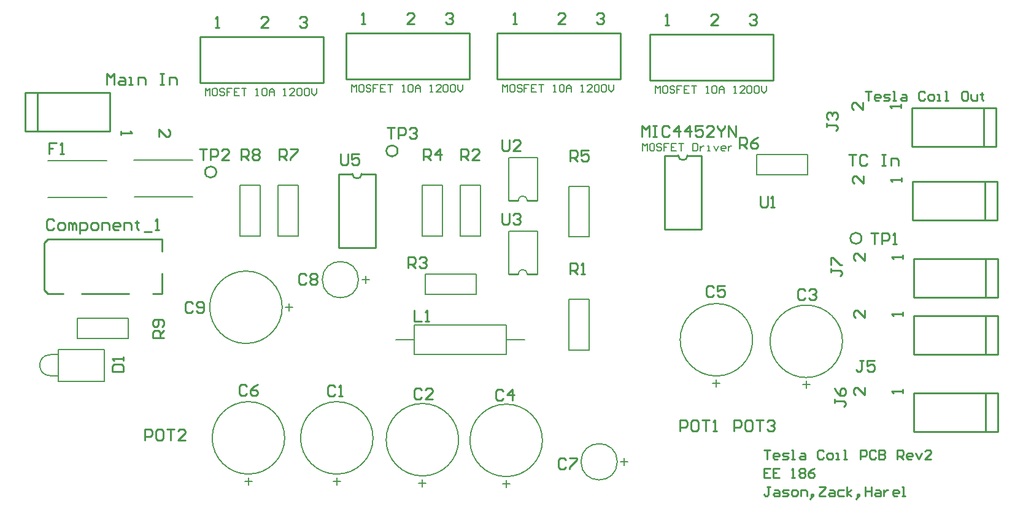
<source format=gto>
G04 Layer_Color=65535*
%FSLAX25Y25*%
%MOIN*%
G70*
G01*
G75*
%ADD14C,0.01000*%
%ADD38C,0.00787*%
%ADD39C,0.00500*%
%ADD40C,0.00591*%
D14*
X548041Y375000D02*
G03*
X548041Y375000I-3041J0D01*
G01*
X296041Y422500D02*
G03*
X296041Y422500I-3041J0D01*
G01*
X197541Y411000D02*
G03*
X197541Y411000I-3041J0D01*
G01*
X271500Y410000D02*
G03*
X276500Y410000I2500J0D01*
G01*
X448500Y420000D02*
G03*
X453500Y420000I2500J0D01*
G01*
X576331Y269764D02*
X622197D01*
Y290630D01*
X576331Y290728D02*
X622197D01*
X576331Y269862D02*
Y290728D01*
X615504Y269764D02*
Y290335D01*
X576331Y311764D02*
X622197D01*
Y332630D01*
X576331Y332728D02*
X622197D01*
X576331Y311862D02*
Y332728D01*
X615504Y311764D02*
Y332335D01*
X576260Y342764D02*
X622126D01*
Y363630D01*
X576260Y363728D02*
X622126D01*
X576260Y342862D02*
Y363728D01*
X615433Y342764D02*
Y363335D01*
X433043Y486000D02*
X500043D01*
Y461000D02*
Y486000D01*
X433043Y461000D02*
X500043D01*
X433043D02*
Y486000D01*
X350087Y486500D02*
X417087D01*
Y461500D02*
Y486500D01*
X350087Y461500D02*
X417087D01*
X350087D02*
Y486500D01*
X268043D02*
X335043D01*
Y461500D02*
Y486500D01*
X268043Y461500D02*
X335043D01*
X268043D02*
Y486500D01*
X188587Y484500D02*
X255587D01*
Y459500D02*
Y484500D01*
X188587Y459500D02*
X255587D01*
X188587D02*
Y484500D01*
X575260Y424764D02*
X621126D01*
Y445630D01*
X575260Y445728D02*
X621126D01*
X575260Y424862D02*
Y445728D01*
X614433Y424764D02*
Y445335D01*
X366500Y395500D02*
X371878D01*
X356500Y395378D02*
X361378D01*
X575760Y384764D02*
X621626D01*
Y405630D01*
X575760Y405728D02*
X621626D01*
X575760Y384862D02*
Y405728D01*
X614933Y384764D02*
Y405335D01*
X93803Y454236D02*
X139669D01*
X93803Y433370D02*
Y454236D01*
Y433272D02*
X139669D01*
Y454138D01*
X100496Y433665D02*
Y454236D01*
X124500Y345000D02*
X150000D01*
X106000D02*
X114500D01*
X104000Y347000D02*
X106000Y345000D01*
X104000Y347000D02*
Y372500D01*
X106000Y374500D01*
X168000D01*
Y368000D02*
Y374500D01*
Y345000D02*
Y356000D01*
X163000Y345000D02*
X168000D01*
X366500Y355500D02*
X371878D01*
X356500Y355378D02*
X361378D01*
X276500Y410000D02*
X284000D01*
X264000D02*
X271500D01*
X264000Y370000D02*
Y410000D01*
Y370000D02*
X284000D01*
Y410000D01*
X441000Y420000D02*
X448500D01*
X453500D02*
X461000D01*
Y380000D02*
Y420000D01*
X441000Y380000D02*
X461000D01*
X441000D02*
Y420000D01*
X533502Y287499D02*
Y285499D01*
Y286499D01*
X538500D01*
X539500Y285499D01*
Y284500D01*
X538500Y283500D01*
X533502Y293497D02*
X534502Y291497D01*
X536501Y289498D01*
X538500D01*
X539500Y290498D01*
Y292497D01*
X538500Y293497D01*
X537501D01*
X536501Y292497D01*
Y289498D01*
X549756Y293841D02*
Y289843D01*
X545757Y293841D01*
X544758D01*
X543758Y292842D01*
Y290842D01*
X544758Y289843D01*
X570405Y290886D02*
Y292885D01*
Y291885D01*
X564407D01*
X565407Y290886D01*
X548999Y308498D02*
X546999D01*
X547999D01*
Y303500D01*
X546999Y302500D01*
X546000D01*
X545000Y303500D01*
X554997Y308498D02*
X550998D01*
Y305499D01*
X552997Y306499D01*
X553997D01*
X554997Y305499D01*
Y303500D01*
X553997Y302500D01*
X551998D01*
X550998Y303500D01*
X549756Y335841D02*
Y331842D01*
X545757Y335841D01*
X544758D01*
X543758Y334842D01*
Y332842D01*
X544758Y331842D01*
X570405Y332886D02*
Y334885D01*
Y333886D01*
X564407D01*
X565407Y332886D01*
X531502Y358499D02*
Y356499D01*
Y357499D01*
X536500D01*
X537500Y356499D01*
Y355500D01*
X536500Y354500D01*
X531502Y360498D02*
Y364497D01*
X532502D01*
X536500Y360498D01*
X537500D01*
X549685Y366841D02*
Y362842D01*
X545686Y366841D01*
X544687D01*
X543687Y365842D01*
Y363842D01*
X544687Y362842D01*
X570335Y363886D02*
Y365885D01*
Y364885D01*
X564337D01*
X565336Y363886D01*
X353499Y291998D02*
X352499Y292998D01*
X350500D01*
X349500Y291998D01*
Y288000D01*
X350500Y287000D01*
X352499D01*
X353499Y288000D01*
X358497Y287000D02*
Y292998D01*
X355498Y289999D01*
X359497D01*
X467684Y348183D02*
X466684Y349183D01*
X464685D01*
X463685Y348183D01*
Y344185D01*
X464685Y343185D01*
X466684D01*
X467684Y344185D01*
X473682Y349183D02*
X469683D01*
Y346184D01*
X471682Y347184D01*
X472682D01*
X473682Y346184D01*
Y344185D01*
X472682Y343185D01*
X470683D01*
X469683Y344185D01*
X213999Y294498D02*
X212999Y295498D01*
X211000D01*
X210000Y294498D01*
Y290500D01*
X211000Y289500D01*
X212999D01*
X213999Y290500D01*
X219997Y295498D02*
X217997Y294498D01*
X215998Y292499D01*
Y290500D01*
X216998Y289500D01*
X218997D01*
X219997Y290500D01*
Y291499D01*
X218997Y292499D01*
X215998D01*
X261999Y294341D02*
X260999Y295341D01*
X259000D01*
X258000Y294341D01*
Y290342D01*
X259000Y289342D01*
X260999D01*
X261999Y290342D01*
X263998Y289342D02*
X265997D01*
X264998D01*
Y295341D01*
X263998Y294341D01*
X308999Y292656D02*
X307999Y293655D01*
X306000D01*
X305000Y292656D01*
Y288657D01*
X306000Y287657D01*
X307999D01*
X308999Y288657D01*
X314997Y287657D02*
X310998D01*
X314997Y291656D01*
Y292656D01*
X313997Y293655D01*
X311998D01*
X310998Y292656D01*
X517499Y346498D02*
X516499Y347498D01*
X514500D01*
X513500Y346498D01*
Y342500D01*
X514500Y341500D01*
X516499D01*
X517499Y342500D01*
X519498Y346498D02*
X520498Y347498D01*
X522497D01*
X523497Y346498D01*
Y345499D01*
X522497Y344499D01*
X521497D01*
X522497D01*
X523497Y343499D01*
Y342500D01*
X522497Y341500D01*
X520498D01*
X519498Y342500D01*
X109499Y384498D02*
X108499Y385498D01*
X106500D01*
X105500Y384498D01*
Y380500D01*
X106500Y379500D01*
X108499D01*
X109499Y380500D01*
X112498Y379500D02*
X114497D01*
X115497Y380500D01*
Y382499D01*
X114497Y383499D01*
X112498D01*
X111498Y382499D01*
Y380500D01*
X112498Y379500D01*
X117496D02*
Y383499D01*
X118496D01*
X119495Y382499D01*
Y379500D01*
Y382499D01*
X120495Y383499D01*
X121495Y382499D01*
Y379500D01*
X123494Y377501D02*
Y383499D01*
X126493D01*
X127493Y382499D01*
Y380500D01*
X126493Y379500D01*
X123494D01*
X130492D02*
X132491D01*
X133491Y380500D01*
Y382499D01*
X132491Y383499D01*
X130492D01*
X129492Y382499D01*
Y380500D01*
X130492Y379500D01*
X135490D02*
Y383499D01*
X138489D01*
X139489Y382499D01*
Y379500D01*
X144487D02*
X142488D01*
X141488Y380500D01*
Y382499D01*
X142488Y383499D01*
X144487D01*
X145487Y382499D01*
Y381499D01*
X141488D01*
X147486Y379500D02*
Y383499D01*
X150485D01*
X151485Y382499D01*
Y379500D01*
X154484Y384498D02*
Y383499D01*
X153484D01*
X155484D01*
X154484D01*
Y380500D01*
X155484Y379500D01*
X158483Y378500D02*
X162482D01*
X164481Y379500D02*
X166480D01*
X165481D01*
Y385498D01*
X164481Y384498D01*
X211100Y417400D02*
Y423398D01*
X214099D01*
X215099Y422398D01*
Y420399D01*
X214099Y419399D01*
X211100D01*
X213099D02*
X215099Y417400D01*
X217098Y422398D02*
X218098Y423398D01*
X220097D01*
X221097Y422398D01*
Y421399D01*
X220097Y420399D01*
X221097Y419399D01*
Y418400D01*
X220097Y417400D01*
X218098D01*
X217098Y418400D01*
Y419399D01*
X218098Y420399D01*
X217098Y421399D01*
Y422398D01*
X218098Y420399D02*
X220097D01*
X352600Y428398D02*
Y423400D01*
X353600Y422400D01*
X355599D01*
X356599Y423400D01*
Y428398D01*
X362597Y422400D02*
X358598D01*
X362597Y426399D01*
Y427398D01*
X361597Y428398D01*
X359598D01*
X358598Y427398D01*
X492900Y397898D02*
Y392900D01*
X493900Y391900D01*
X495899D01*
X496899Y392900D01*
Y397898D01*
X498898Y391900D02*
X500897D01*
X499898D01*
Y397898D01*
X498898Y396898D01*
X290450Y435048D02*
X294449D01*
X292449D01*
Y429050D01*
X296448D02*
Y435048D01*
X299447D01*
X300447Y434048D01*
Y432049D01*
X299447Y431049D01*
X296448D01*
X302446Y434048D02*
X303446Y435048D01*
X305445D01*
X306445Y434048D01*
Y433049D01*
X305445Y432049D01*
X304446D01*
X305445D01*
X306445Y431049D01*
Y430050D01*
X305445Y429050D01*
X303446D01*
X302446Y430050D01*
X188500Y423498D02*
X192499D01*
X190499D01*
Y417500D01*
X194498D02*
Y423498D01*
X197497D01*
X198497Y422498D01*
Y420499D01*
X197497Y419499D01*
X194498D01*
X204495Y417500D02*
X200496D01*
X204495Y421499D01*
Y422498D01*
X203495Y423498D01*
X201496D01*
X200496Y422498D01*
X553000Y377998D02*
X556999D01*
X554999D01*
Y372000D01*
X558998D02*
Y377998D01*
X561997D01*
X562997Y376998D01*
Y374999D01*
X561997Y373999D01*
X558998D01*
X564996Y372000D02*
X566995D01*
X565996D01*
Y377998D01*
X564996Y376998D01*
X231600Y417400D02*
Y423398D01*
X234599D01*
X235599Y422398D01*
Y420399D01*
X234599Y419399D01*
X231600D01*
X233599D02*
X235599Y417400D01*
X237598Y423398D02*
X241597D01*
Y422398D01*
X237598Y418400D01*
Y417400D01*
X481600Y423900D02*
Y429898D01*
X484599D01*
X485599Y428898D01*
Y426899D01*
X484599Y425899D01*
X481600D01*
X483599D02*
X485599Y423900D01*
X491597Y429898D02*
X489597Y428898D01*
X487598Y426899D01*
Y424900D01*
X488598Y423900D01*
X490597D01*
X491597Y424900D01*
Y425899D01*
X490597Y426899D01*
X487598D01*
X389600Y416900D02*
Y422898D01*
X392599D01*
X393599Y421898D01*
Y419899D01*
X392599Y418899D01*
X389600D01*
X391599D02*
X393599Y416900D01*
X399597Y422898D02*
X395598D01*
Y419899D01*
X397597Y420899D01*
X398597D01*
X399597Y419899D01*
Y417900D01*
X398597Y416900D01*
X396598D01*
X395598Y417900D01*
X310050Y417450D02*
Y423448D01*
X313049D01*
X314049Y422448D01*
Y420449D01*
X313049Y419449D01*
X310050D01*
X312049D02*
X314049Y417450D01*
X319047D02*
Y423448D01*
X316048Y420449D01*
X320047D01*
X301600Y358900D02*
Y364898D01*
X304599D01*
X305599Y363898D01*
Y361899D01*
X304599Y360899D01*
X301600D01*
X303599D02*
X305599Y358900D01*
X307598Y363898D02*
X308598Y364898D01*
X310597D01*
X311597Y363898D01*
Y362899D01*
X310597Y361899D01*
X309597D01*
X310597D01*
X311597Y360899D01*
Y359900D01*
X310597Y358900D01*
X308598D01*
X307598Y359900D01*
X330550Y417450D02*
Y423448D01*
X333549D01*
X334549Y422448D01*
Y420449D01*
X333549Y419449D01*
X330550D01*
X332549D02*
X334549Y417450D01*
X340547D02*
X336548D01*
X340547Y421449D01*
Y422448D01*
X339547Y423448D01*
X337548D01*
X336548Y422448D01*
X389600Y355400D02*
Y361398D01*
X392599D01*
X393599Y360398D01*
Y358399D01*
X392599Y357399D01*
X389600D01*
X391599D02*
X393599Y355400D01*
X395598D02*
X397597D01*
X396598D01*
Y361398D01*
X395598Y360398D01*
X305000Y335998D02*
Y330000D01*
X308999D01*
X310998D02*
X312997D01*
X311998D01*
Y335998D01*
X310998Y334998D01*
X529002Y437499D02*
Y435499D01*
Y436499D01*
X534000D01*
X535000Y435499D01*
Y434500D01*
X534000Y433500D01*
X530002Y439498D02*
X529002Y440498D01*
Y442497D01*
X530002Y443497D01*
X531001D01*
X532001Y442497D01*
Y441497D01*
Y442497D01*
X533001Y443497D01*
X534000D01*
X535000Y442497D01*
Y440498D01*
X534000Y439498D01*
X540929Y420498D02*
X544928D01*
X542929D01*
Y414500D01*
X550926Y419498D02*
X549926Y420498D01*
X547927D01*
X546927Y419498D01*
Y415500D01*
X547927Y414500D01*
X549926D01*
X550926Y415500D01*
X558923Y420498D02*
X560923D01*
X559923D01*
Y414500D01*
X558923D01*
X560923D01*
X563922D02*
Y418499D01*
X566921D01*
X567920Y417499D01*
Y414500D01*
X137929Y458500D02*
Y464498D01*
X139928Y462499D01*
X141928Y464498D01*
Y458500D01*
X144927Y462499D02*
X146926D01*
X147926Y461499D01*
Y458500D01*
X144927D01*
X143927Y459500D01*
X144927Y460499D01*
X147926D01*
X149925Y458500D02*
X151925D01*
X150925D01*
Y462499D01*
X149925D01*
X154924Y458500D02*
Y462499D01*
X157923D01*
X158922Y461499D01*
Y458500D01*
X166920Y464498D02*
X168919D01*
X167919D01*
Y458500D01*
X166920D01*
X168919D01*
X171918D02*
Y462499D01*
X174917D01*
X175917Y461499D01*
Y458500D01*
X110799Y426798D02*
X106800D01*
Y423799D01*
X108799D01*
X106800D01*
Y420800D01*
X112798D02*
X114797D01*
X113798D01*
Y426798D01*
X112798Y425798D01*
X184814Y339498D02*
X183814Y340498D01*
X181815D01*
X180815Y339498D01*
Y335500D01*
X181815Y334500D01*
X183814D01*
X184814Y335500D01*
X186813D02*
X187813Y334500D01*
X189812D01*
X190812Y335500D01*
Y339498D01*
X189812Y340498D01*
X187813D01*
X186813Y339498D01*
Y338499D01*
X187813Y337499D01*
X190812D01*
X246499Y354998D02*
X245499Y355998D01*
X243500D01*
X242500Y354998D01*
Y351000D01*
X243500Y350000D01*
X245499D01*
X246499Y351000D01*
X248498Y354998D02*
X249498Y355998D01*
X251497D01*
X252497Y354998D01*
Y353999D01*
X251497Y352999D01*
X252497Y351999D01*
Y351000D01*
X251497Y350000D01*
X249498D01*
X248498Y351000D01*
Y351999D01*
X249498Y352999D01*
X248498Y353999D01*
Y354998D01*
X249498Y352999D02*
X251497D01*
X387562Y254498D02*
X386562Y255498D01*
X384563D01*
X383563Y254498D01*
Y250500D01*
X384563Y249500D01*
X386562D01*
X387562Y250500D01*
X389561Y255498D02*
X393560D01*
Y254498D01*
X389561Y250500D01*
Y249500D01*
X141002Y302500D02*
X147000D01*
Y305499D01*
X146000Y306499D01*
X142002D01*
X141002Y305499D01*
Y302500D01*
X147000Y308498D02*
Y310497D01*
Y309498D01*
X141002D01*
X142002Y308498D01*
X169000Y321000D02*
X163002D01*
Y323999D01*
X164002Y324999D01*
X166001D01*
X167001Y323999D01*
Y321000D01*
Y322999D02*
X169000Y324999D01*
X168000Y326998D02*
X169000Y327998D01*
Y329997D01*
X168000Y330997D01*
X164002D01*
X163002Y329997D01*
Y327998D01*
X164002Y326998D01*
X165001D01*
X166001Y327998D01*
Y330997D01*
X449291Y270350D02*
Y276348D01*
X452290D01*
X453290Y275348D01*
Y273349D01*
X452290Y272349D01*
X449291D01*
X458288Y276348D02*
X456289D01*
X455289Y275348D01*
Y271350D01*
X456289Y270350D01*
X458288D01*
X459288Y271350D01*
Y275348D01*
X458288Y276348D01*
X461287D02*
X465286D01*
X463287D01*
Y270350D01*
X467285D02*
X469285D01*
X468285D01*
Y276348D01*
X467285Y275348D01*
X158650Y265350D02*
Y271348D01*
X161649D01*
X162649Y270348D01*
Y268349D01*
X161649Y267349D01*
X158650D01*
X167647Y271348D02*
X165648D01*
X164648Y270348D01*
Y266350D01*
X165648Y265350D01*
X167647D01*
X168647Y266350D01*
Y270348D01*
X167647Y271348D01*
X170646D02*
X174645D01*
X172645D01*
Y265350D01*
X180643D02*
X176644D01*
X180643Y269349D01*
Y270348D01*
X179643Y271348D01*
X177644D01*
X176644Y270348D01*
X478650Y270350D02*
Y276348D01*
X481649D01*
X482649Y275348D01*
Y273349D01*
X481649Y272349D01*
X478650D01*
X487647Y276348D02*
X485648D01*
X484648Y275348D01*
Y271350D01*
X485648Y270350D01*
X487647D01*
X488647Y271350D01*
Y275348D01*
X487647Y276348D01*
X490646D02*
X494645D01*
X492646D01*
Y270350D01*
X496644Y275348D02*
X497644Y276348D01*
X499643D01*
X500643Y275348D01*
Y274349D01*
X499643Y273349D01*
X498643D01*
X499643D01*
X500643Y272349D01*
Y271350D01*
X499643Y270350D01*
X497644D01*
X496644Y271350D01*
X352600Y388398D02*
Y383400D01*
X353600Y382400D01*
X355599D01*
X356599Y383400D01*
Y388398D01*
X358598Y387398D02*
X359598Y388398D01*
X361597D01*
X362597Y387398D01*
Y386399D01*
X361597Y385399D01*
X360597D01*
X361597D01*
X362597Y384399D01*
Y383400D01*
X361597Y382400D01*
X359598D01*
X358598Y383400D01*
X265000Y420998D02*
Y416000D01*
X266000Y415000D01*
X267999D01*
X268999Y416000D01*
Y420998D01*
X274997D02*
X270998D01*
Y417999D01*
X272997Y418999D01*
X273997D01*
X274997Y417999D01*
Y416000D01*
X273997Y415000D01*
X271998D01*
X270998Y416000D01*
X428750Y430250D02*
Y436248D01*
X430749Y434249D01*
X432749Y436248D01*
Y430250D01*
X434748Y436248D02*
X436747D01*
X435748D01*
Y430250D01*
X434748D01*
X436747D01*
X443745Y435248D02*
X442745Y436248D01*
X440746D01*
X439746Y435248D01*
Y431250D01*
X440746Y430250D01*
X442745D01*
X443745Y431250D01*
X448743Y430250D02*
Y436248D01*
X445745Y433249D01*
X449743D01*
X454742Y430250D02*
Y436248D01*
X451743Y433249D01*
X455741D01*
X461739Y436248D02*
X457741D01*
Y433249D01*
X459740Y434249D01*
X460740D01*
X461739Y433249D01*
Y431250D01*
X460740Y430250D01*
X458740D01*
X457741Y431250D01*
X467737Y430250D02*
X463739D01*
X467737Y434249D01*
Y435248D01*
X466738Y436248D01*
X464738D01*
X463739Y435248D01*
X469737Y436248D02*
Y435248D01*
X471736Y433249D01*
X473736Y435248D01*
Y436248D01*
X471736Y433249D02*
Y430250D01*
X475735D02*
Y436248D01*
X479734Y430250D01*
Y436248D01*
X487043Y495998D02*
X488043Y496998D01*
X490042D01*
X491042Y495998D01*
Y494999D01*
X490042Y493999D01*
X489043D01*
X490042D01*
X491042Y492999D01*
Y492000D01*
X490042Y491000D01*
X488043D01*
X487043Y492000D01*
X470042Y491000D02*
X466043D01*
X470042Y494999D01*
Y495998D01*
X469042Y496998D01*
X467043D01*
X466043Y495998D01*
X441543Y491000D02*
X443543D01*
X442543D01*
Y496998D01*
X441543Y495998D01*
X404087Y496498D02*
X405086Y497498D01*
X407086D01*
X408085Y496498D01*
Y495499D01*
X407086Y494499D01*
X406086D01*
X407086D01*
X408085Y493499D01*
Y492500D01*
X407086Y491500D01*
X405086D01*
X404087Y492500D01*
X387085Y491500D02*
X383087D01*
X387085Y495499D01*
Y496498D01*
X386086Y497498D01*
X384086D01*
X383087Y496498D01*
X358587Y491500D02*
X360586D01*
X359586D01*
Y497498D01*
X358587Y496498D01*
X322043D02*
X323043Y497498D01*
X325042D01*
X326042Y496498D01*
Y495499D01*
X325042Y494499D01*
X324043D01*
X325042D01*
X326042Y493499D01*
Y492500D01*
X325042Y491500D01*
X323043D01*
X322043Y492500D01*
X305042Y491500D02*
X301043D01*
X305042Y495499D01*
Y496498D01*
X304042Y497498D01*
X302043D01*
X301043Y496498D01*
X276543Y491500D02*
X278543D01*
X277543D01*
Y497498D01*
X276543Y496498D01*
X242587Y494498D02*
X243586Y495498D01*
X245586D01*
X246585Y494498D01*
Y493499D01*
X245586Y492499D01*
X244586D01*
X245586D01*
X246585Y491499D01*
Y490500D01*
X245586Y489500D01*
X243586D01*
X242587Y490500D01*
X225585Y489500D02*
X221587D01*
X225585Y493499D01*
Y494498D01*
X224586Y495498D01*
X222586D01*
X221587Y494498D01*
X197087Y489500D02*
X199086D01*
X198086D01*
Y495498D01*
X197087Y494498D01*
X550000Y454998D02*
X553332D01*
X551666D01*
Y450000D01*
X557498D02*
X555831D01*
X554998Y450833D01*
Y452499D01*
X555831Y453332D01*
X557498D01*
X558331Y452499D01*
Y451666D01*
X554998D01*
X559997Y450000D02*
X562496D01*
X563329Y450833D01*
X562496Y451666D01*
X560830D01*
X559997Y452499D01*
X560830Y453332D01*
X563329D01*
X564995Y450000D02*
X566661D01*
X565828D01*
Y454998D01*
X564995D01*
X569993Y453332D02*
X571660D01*
X572493Y452499D01*
Y450000D01*
X569993D01*
X569161Y450833D01*
X569993Y451666D01*
X572493D01*
X582489Y454165D02*
X581656Y454998D01*
X579990D01*
X579157Y454165D01*
Y450833D01*
X579990Y450000D01*
X581656D01*
X582489Y450833D01*
X584989Y450000D02*
X586655D01*
X587488Y450833D01*
Y452499D01*
X586655Y453332D01*
X584989D01*
X584156Y452499D01*
Y450833D01*
X584989Y450000D01*
X589154D02*
X590820D01*
X589987D01*
Y453332D01*
X589154D01*
X593319Y450000D02*
X594985D01*
X594152D01*
Y454998D01*
X593319D01*
X604982D02*
X603316D01*
X602483Y454165D01*
Y450833D01*
X603316Y450000D01*
X604982D01*
X605815Y450833D01*
Y454165D01*
X604982Y454998D01*
X607481Y453332D02*
Y450833D01*
X608314Y450000D01*
X610814D01*
Y453332D01*
X613313Y454165D02*
Y453332D01*
X612480D01*
X614146D01*
X613313D01*
Y450833D01*
X614146Y450000D01*
X548685Y448841D02*
Y444842D01*
X544686Y448841D01*
X543687D01*
X542687Y447842D01*
Y445842D01*
X543687Y444842D01*
X569335Y445886D02*
Y447885D01*
Y446885D01*
X563337D01*
X564336Y445886D01*
X549185Y408841D02*
Y404843D01*
X545186Y408841D01*
X544187D01*
X543187Y407842D01*
Y405842D01*
X544187Y404843D01*
X569835Y405886D02*
Y407885D01*
Y406885D01*
X563837D01*
X564836Y405886D01*
X166244Y430159D02*
Y434158D01*
X170243Y430159D01*
X171242D01*
X172242Y431158D01*
Y433158D01*
X171242Y434158D01*
X145595Y433114D02*
Y431115D01*
Y432115D01*
X151593D01*
X150593Y433114D01*
X495000Y259998D02*
X498332D01*
X496666D01*
Y255000D01*
X502498D02*
X500831D01*
X499998Y255833D01*
Y257499D01*
X500831Y258332D01*
X502498D01*
X503331Y257499D01*
Y256666D01*
X499998D01*
X504997Y255000D02*
X507496D01*
X508329Y255833D01*
X507496Y256666D01*
X505830D01*
X504997Y257499D01*
X505830Y258332D01*
X508329D01*
X509995Y255000D02*
X511661D01*
X510828D01*
Y259998D01*
X509995D01*
X514993Y258332D02*
X516660D01*
X517493Y257499D01*
Y255000D01*
X514993D01*
X514160Y255833D01*
X514993Y256666D01*
X517493D01*
X527490Y259165D02*
X526656Y259998D01*
X524990D01*
X524157Y259165D01*
Y255833D01*
X524990Y255000D01*
X526656D01*
X527490Y255833D01*
X529989Y255000D02*
X531655D01*
X532488Y255833D01*
Y257499D01*
X531655Y258332D01*
X529989D01*
X529156Y257499D01*
Y255833D01*
X529989Y255000D01*
X534154D02*
X535820D01*
X534987D01*
Y258332D01*
X534154D01*
X538319Y255000D02*
X539985D01*
X539152D01*
Y259998D01*
X538319D01*
X547483Y255000D02*
Y259998D01*
X549982D01*
X550815Y259165D01*
Y257499D01*
X549982Y256666D01*
X547483D01*
X555814Y259165D02*
X554981Y259998D01*
X553314D01*
X552481Y259165D01*
Y255833D01*
X553314Y255000D01*
X554981D01*
X555814Y255833D01*
X557480Y259998D02*
Y255000D01*
X559979D01*
X560812Y255833D01*
Y256666D01*
X559979Y257499D01*
X557480D01*
X559979D01*
X560812Y258332D01*
Y259165D01*
X559979Y259998D01*
X557480D01*
X567477Y255000D02*
Y259998D01*
X569976D01*
X570809Y259165D01*
Y257499D01*
X569976Y256666D01*
X567477D01*
X569143D02*
X570809Y255000D01*
X574974D02*
X573308D01*
X572475Y255833D01*
Y257499D01*
X573308Y258332D01*
X574974D01*
X575807Y257499D01*
Y256666D01*
X572475D01*
X577473Y258332D02*
X579139Y255000D01*
X580805Y258332D01*
X585804Y255000D02*
X582472D01*
X585804Y258332D01*
Y259165D01*
X584971Y259998D01*
X583305D01*
X582472Y259165D01*
X498332Y249998D02*
X495000D01*
Y245000D01*
X498332D01*
X495000Y247499D02*
X496666D01*
X503331Y249998D02*
X499998D01*
Y245000D01*
X503331D01*
X499998Y247499D02*
X501664D01*
X509995Y245000D02*
X511661D01*
X510828D01*
Y249998D01*
X509995Y249165D01*
X514160D02*
X514993Y249998D01*
X516660D01*
X517493Y249165D01*
Y248332D01*
X516660Y247499D01*
X517493Y246666D01*
Y245833D01*
X516660Y245000D01*
X514993D01*
X514160Y245833D01*
Y246666D01*
X514993Y247499D01*
X514160Y248332D01*
Y249165D01*
X514993Y247499D02*
X516660D01*
X522491Y249998D02*
X520825Y249165D01*
X519159Y247499D01*
Y245833D01*
X519992Y245000D01*
X521658D01*
X522491Y245833D01*
Y246666D01*
X521658Y247499D01*
X519159D01*
X498332Y239998D02*
X496666D01*
X497499D01*
Y235833D01*
X496666Y235000D01*
X495833D01*
X495000Y235833D01*
X500831Y238332D02*
X502498D01*
X503331Y237499D01*
Y235000D01*
X500831D01*
X499998Y235833D01*
X500831Y236666D01*
X503331D01*
X504997Y235000D02*
X507496D01*
X508329Y235833D01*
X507496Y236666D01*
X505830D01*
X504997Y237499D01*
X505830Y238332D01*
X508329D01*
X510828Y235000D02*
X512494D01*
X513327Y235833D01*
Y237499D01*
X512494Y238332D01*
X510828D01*
X509995Y237499D01*
Y235833D01*
X510828Y235000D01*
X514993D02*
Y238332D01*
X517493D01*
X518326Y237499D01*
Y235000D01*
X520825Y234167D02*
X521658Y235000D01*
Y235833D01*
X520825D01*
Y235000D01*
X521658D01*
X520825Y234167D01*
X519992Y233334D01*
X524990Y239998D02*
X528323D01*
Y239165D01*
X524990Y235833D01*
Y235000D01*
X528323D01*
X530822Y238332D02*
X532488D01*
X533321Y237499D01*
Y235000D01*
X530822D01*
X529989Y235833D01*
X530822Y236666D01*
X533321D01*
X538319Y238332D02*
X535820D01*
X534987Y237499D01*
Y235833D01*
X535820Y235000D01*
X538319D01*
X539985D02*
Y239998D01*
Y236666D02*
X542485Y238332D01*
X539985Y236666D02*
X542485Y235000D01*
X545817Y234167D02*
X546650Y235000D01*
Y235833D01*
X545817D01*
Y235000D01*
X546650D01*
X545817Y234167D01*
X544984Y233334D01*
X549982Y239998D02*
Y235000D01*
Y237499D01*
X553314D01*
Y239998D01*
Y235000D01*
X555814Y238332D02*
X557480D01*
X558313Y237499D01*
Y235000D01*
X555814D01*
X554981Y235833D01*
X555814Y236666D01*
X558313D01*
X559979Y238332D02*
Y235000D01*
Y236666D01*
X560812Y237499D01*
X561645Y238332D01*
X562478D01*
X567477Y235000D02*
X565810D01*
X564977Y235833D01*
Y237499D01*
X565810Y238332D01*
X567477D01*
X568310Y237499D01*
Y236666D01*
X564977D01*
X569976Y235000D02*
X571642D01*
X570809D01*
Y239998D01*
X569976D01*
D38*
X329185Y265500D02*
G03*
X329185Y265500I-19685J0D01*
G01*
X282685Y266500D02*
G03*
X282685Y266500I-19685J0D01*
G01*
X234685D02*
G03*
X234685Y266500I-19685J0D01*
G01*
X488870Y319843D02*
G03*
X488870Y319843I-19685J0D01*
G01*
X374685Y265158D02*
G03*
X374685Y265158I-19685J0D01*
G01*
X537685Y319000D02*
G03*
X537685Y319000I-19685J0D01*
G01*
X366500Y395500D02*
G03*
X361500Y395500I-2500J0D01*
G01*
X415343Y253500D02*
G03*
X415343Y253500I-9843J0D01*
G01*
X274780Y352500D02*
G03*
X274780Y352500I-9843J0D01*
G01*
X233343Y337500D02*
G03*
X233343Y337500I-19685J0D01*
G01*
X366500Y355500D02*
G03*
X361500Y355500I-2500J0D01*
G01*
X210488Y376220D02*
X221512D01*
X210488Y403780D02*
X221512D01*
X210488Y376220D02*
Y403780D01*
X221512Y376220D02*
Y403780D01*
X400012Y314220D02*
Y341779D01*
X388988Y314220D02*
Y341779D01*
X400012D01*
X388988Y314220D02*
X400012D01*
X518780Y409488D02*
Y420512D01*
X491221Y409488D02*
Y420512D01*
Y409488D02*
X518780D01*
X491221Y420512D02*
X518780D01*
X372000Y395378D02*
Y419000D01*
X356646D02*
X372000D01*
X356500Y395378D02*
Y419000D01*
X388988Y375721D02*
X400012D01*
X388988Y403279D02*
X400012D01*
X388988Y375721D02*
Y403279D01*
X400012Y375721D02*
Y403279D01*
X309488Y376220D02*
Y403780D01*
X320512Y376220D02*
Y403780D01*
X309488Y376220D02*
X320512D01*
X309488Y403780D02*
X320512D01*
X329988Y376220D02*
Y403780D01*
X341012Y376220D02*
Y403780D01*
X329988Y376220D02*
X341012D01*
X329988Y403780D02*
X341012D01*
X230988Y376220D02*
X242012D01*
X230988Y403780D02*
X242012D01*
X230988Y376220D02*
Y403780D01*
X242012Y376220D02*
Y403780D01*
X311221Y355512D02*
X338779D01*
X311221Y344488D02*
X338779D01*
X311221D02*
Y355512D01*
X338779Y344488D02*
Y355512D01*
X106173Y417343D02*
X138063D01*
X106173Y397362D02*
X138063D01*
X152925Y397657D02*
X184815D01*
X152827Y417441D02*
X184716D01*
X122221Y320488D02*
Y331512D01*
X149779Y320488D02*
Y331512D01*
X122221D02*
X149779D01*
X122221Y320488D02*
X149779D01*
X372000Y355378D02*
Y379000D01*
X356646D02*
X372000D01*
X356500Y355378D02*
Y379000D01*
X305000Y312000D02*
X355000D01*
Y328000D01*
X305000D02*
X355000D01*
X305000Y312000D02*
Y328000D01*
X295000Y320000D02*
X305000D01*
X355000D02*
X365000D01*
X436043Y454000D02*
Y457936D01*
X437355Y456624D01*
X438667Y457936D01*
Y454000D01*
X441947Y457936D02*
X440635D01*
X439979Y457280D01*
Y454656D01*
X440635Y454000D01*
X441947D01*
X442603Y454656D01*
Y457280D01*
X441947Y457936D01*
X446539Y457280D02*
X445883Y457936D01*
X444571D01*
X443915Y457280D01*
Y456624D01*
X444571Y455968D01*
X445883D01*
X446539Y455312D01*
Y454656D01*
X445883Y454000D01*
X444571D01*
X443915Y454656D01*
X450474Y457936D02*
X447851D01*
Y455968D01*
X449162D01*
X447851D01*
Y454000D01*
X454410Y457936D02*
X451786D01*
Y454000D01*
X454410D01*
X451786Y455968D02*
X453098D01*
X455722Y457936D02*
X458346D01*
X457034D01*
Y454000D01*
X463593D02*
X464905D01*
X464249D01*
Y457936D01*
X463593Y457280D01*
X466873D02*
X467529Y457936D01*
X468841D01*
X469497Y457280D01*
Y454656D01*
X468841Y454000D01*
X467529D01*
X466873Y454656D01*
Y457280D01*
X470809Y454000D02*
Y456624D01*
X472121Y457936D01*
X473433Y456624D01*
Y454000D01*
Y455968D01*
X470809D01*
X478681Y454000D02*
X479992D01*
X479336D01*
Y457936D01*
X478681Y457280D01*
X484584Y454000D02*
X481960D01*
X484584Y456624D01*
Y457280D01*
X483928Y457936D01*
X482616D01*
X481960Y457280D01*
X485896D02*
X486552Y457936D01*
X487864D01*
X488520Y457280D01*
Y454656D01*
X487864Y454000D01*
X486552D01*
X485896Y454656D01*
Y457280D01*
X489832D02*
X490488Y457936D01*
X491800D01*
X492456Y457280D01*
Y454656D01*
X491800Y454000D01*
X490488D01*
X489832Y454656D01*
Y457280D01*
X493767Y457936D02*
Y455312D01*
X495079Y454000D01*
X496391Y455312D01*
Y457936D01*
X353087Y454500D02*
Y458436D01*
X354398Y457124D01*
X355710Y458436D01*
Y454500D01*
X358990Y458436D02*
X357678D01*
X357022Y457780D01*
Y455156D01*
X357678Y454500D01*
X358990D01*
X359646Y455156D01*
Y457780D01*
X358990Y458436D01*
X363582Y457780D02*
X362926Y458436D01*
X361614D01*
X360958Y457780D01*
Y457124D01*
X361614Y456468D01*
X362926D01*
X363582Y455812D01*
Y455156D01*
X362926Y454500D01*
X361614D01*
X360958Y455156D01*
X367518Y458436D02*
X364894D01*
Y456468D01*
X366206D01*
X364894D01*
Y454500D01*
X371453Y458436D02*
X368830D01*
Y454500D01*
X371453D01*
X368830Y456468D02*
X370142D01*
X372765Y458436D02*
X375389D01*
X374077D01*
Y454500D01*
X380637D02*
X381949D01*
X381293D01*
Y458436D01*
X380637Y457780D01*
X383917D02*
X384573Y458436D01*
X385884D01*
X386540Y457780D01*
Y455156D01*
X385884Y454500D01*
X384573D01*
X383917Y455156D01*
Y457780D01*
X387852Y454500D02*
Y457124D01*
X389164Y458436D01*
X390476Y457124D01*
Y454500D01*
Y456468D01*
X387852D01*
X395724Y454500D02*
X397036D01*
X396380D01*
Y458436D01*
X395724Y457780D01*
X401627Y454500D02*
X399004D01*
X401627Y457124D01*
Y457780D01*
X400972Y458436D01*
X399659D01*
X399004Y457780D01*
X402939D02*
X403595Y458436D01*
X404907D01*
X405563Y457780D01*
Y455156D01*
X404907Y454500D01*
X403595D01*
X402939Y455156D01*
Y457780D01*
X406875D02*
X407531Y458436D01*
X408843D01*
X409499Y457780D01*
Y455156D01*
X408843Y454500D01*
X407531D01*
X406875Y455156D01*
Y457780D01*
X410811Y458436D02*
Y455812D01*
X412123Y454500D01*
X413435Y455812D01*
Y458436D01*
X271043Y454500D02*
Y458436D01*
X272355Y457124D01*
X273667Y458436D01*
Y454500D01*
X276947Y458436D02*
X275635D01*
X274979Y457780D01*
Y455156D01*
X275635Y454500D01*
X276947D01*
X277603Y455156D01*
Y457780D01*
X276947Y458436D01*
X281539Y457780D02*
X280883Y458436D01*
X279571D01*
X278915Y457780D01*
Y457124D01*
X279571Y456468D01*
X280883D01*
X281539Y455812D01*
Y455156D01*
X280883Y454500D01*
X279571D01*
X278915Y455156D01*
X285474Y458436D02*
X282851D01*
Y456468D01*
X284162D01*
X282851D01*
Y454500D01*
X289410Y458436D02*
X286786D01*
Y454500D01*
X289410D01*
X286786Y456468D02*
X288098D01*
X290722Y458436D02*
X293346D01*
X292034D01*
Y454500D01*
X298593D02*
X299905D01*
X299249D01*
Y458436D01*
X298593Y457780D01*
X301873D02*
X302529Y458436D01*
X303841D01*
X304497Y457780D01*
Y455156D01*
X303841Y454500D01*
X302529D01*
X301873Y455156D01*
Y457780D01*
X305809Y454500D02*
Y457124D01*
X307121Y458436D01*
X308433Y457124D01*
Y454500D01*
Y456468D01*
X305809D01*
X313681Y454500D02*
X314992D01*
X314336D01*
Y458436D01*
X313681Y457780D01*
X319584Y454500D02*
X316960D01*
X319584Y457124D01*
Y457780D01*
X318928Y458436D01*
X317616D01*
X316960Y457780D01*
X320896D02*
X321552Y458436D01*
X322864D01*
X323520Y457780D01*
Y455156D01*
X322864Y454500D01*
X321552D01*
X320896Y455156D01*
Y457780D01*
X324832D02*
X325488Y458436D01*
X326800D01*
X327456Y457780D01*
Y455156D01*
X326800Y454500D01*
X325488D01*
X324832Y455156D01*
Y457780D01*
X328767Y458436D02*
Y455812D01*
X330079Y454500D01*
X331391Y455812D01*
Y458436D01*
X191587Y452500D02*
Y456436D01*
X192898Y455124D01*
X194210Y456436D01*
Y452500D01*
X197490Y456436D02*
X196178D01*
X195522Y455780D01*
Y453156D01*
X196178Y452500D01*
X197490D01*
X198146Y453156D01*
Y455780D01*
X197490Y456436D01*
X202082Y455780D02*
X201426Y456436D01*
X200114D01*
X199458Y455780D01*
Y455124D01*
X200114Y454468D01*
X201426D01*
X202082Y453812D01*
Y453156D01*
X201426Y452500D01*
X200114D01*
X199458Y453156D01*
X206018Y456436D02*
X203394D01*
Y454468D01*
X204706D01*
X203394D01*
Y452500D01*
X209953Y456436D02*
X207330D01*
Y452500D01*
X209953D01*
X207330Y454468D02*
X208642D01*
X211265Y456436D02*
X213889D01*
X212577D01*
Y452500D01*
X219137D02*
X220449D01*
X219793D01*
Y456436D01*
X219137Y455780D01*
X222417D02*
X223073Y456436D01*
X224384D01*
X225040Y455780D01*
Y453156D01*
X224384Y452500D01*
X223073D01*
X222417Y453156D01*
Y455780D01*
X226352Y452500D02*
Y455124D01*
X227664Y456436D01*
X228976Y455124D01*
Y452500D01*
Y454468D01*
X226352D01*
X234224Y452500D02*
X235536D01*
X234880D01*
Y456436D01*
X234224Y455780D01*
X240127Y452500D02*
X237504D01*
X240127Y455124D01*
Y455780D01*
X239472Y456436D01*
X238159D01*
X237504Y455780D01*
X241439D02*
X242095Y456436D01*
X243407D01*
X244063Y455780D01*
Y453156D01*
X243407Y452500D01*
X242095D01*
X241439Y453156D01*
Y455780D01*
X245375D02*
X246031Y456436D01*
X247343D01*
X247999Y455780D01*
Y453156D01*
X247343Y452500D01*
X246031D01*
X245375Y453156D01*
Y455780D01*
X249311Y456436D02*
Y453812D01*
X250623Y452500D01*
X251935Y453812D01*
Y456436D01*
X429000Y422500D02*
Y426436D01*
X430312Y425124D01*
X431624Y426436D01*
Y422500D01*
X434904Y426436D02*
X433592D01*
X432936Y425780D01*
Y423156D01*
X433592Y422500D01*
X434904D01*
X435560Y423156D01*
Y425780D01*
X434904Y426436D01*
X439495Y425780D02*
X438839Y426436D01*
X437527D01*
X436871Y425780D01*
Y425124D01*
X437527Y424468D01*
X438839D01*
X439495Y423812D01*
Y423156D01*
X438839Y422500D01*
X437527D01*
X436871Y423156D01*
X443431Y426436D02*
X440807D01*
Y424468D01*
X442119D01*
X440807D01*
Y422500D01*
X447367Y426436D02*
X444743D01*
Y422500D01*
X447367D01*
X444743Y424468D02*
X446055D01*
X448679Y426436D02*
X451302D01*
X449991D01*
Y422500D01*
X456550Y426436D02*
Y422500D01*
X458518D01*
X459174Y423156D01*
Y425780D01*
X458518Y426436D01*
X456550D01*
X460486Y425124D02*
Y422500D01*
Y423812D01*
X461142Y424468D01*
X461798Y425124D01*
X462454D01*
X464422Y422500D02*
X465734D01*
X465078D01*
Y425124D01*
X464422D01*
X467701D02*
X469013Y422500D01*
X470325Y425124D01*
X473605Y422500D02*
X472293D01*
X471637Y423156D01*
Y424468D01*
X472293Y425124D01*
X473605D01*
X474261Y424468D01*
Y423812D01*
X471637D01*
X475573Y425124D02*
Y422500D01*
Y423812D01*
X476229Y424468D01*
X476885Y425124D01*
X477541D01*
D39*
X107346Y311709D02*
G03*
X107346Y300291I0J-5709D01*
G01*
Y311709D02*
X111677D01*
X107346Y300291D02*
X111677D01*
Y314661D02*
X136874D01*
X111677Y297339D02*
Y314661D01*
Y297339D02*
X136874D01*
Y314661D01*
D40*
X309501Y240008D02*
Y243944D01*
X307533Y241976D02*
X311469D01*
X263001Y241008D02*
Y244944D01*
X261033Y242976D02*
X264969D01*
X215001Y241008D02*
Y244944D01*
X213033Y242976D02*
X216969D01*
X469186Y294350D02*
Y298286D01*
X467218Y296318D02*
X471154D01*
X355001Y239665D02*
Y243601D01*
X353033Y241633D02*
X356969D01*
X518001Y293508D02*
Y297444D01*
X516033Y295476D02*
X519969D01*
X421150Y253501D02*
X417214D01*
X419182Y251533D02*
Y255469D01*
X280587Y352501D02*
X276651D01*
X278619Y350533D02*
Y354469D01*
X239150Y337501D02*
X235214D01*
X237182Y335533D02*
Y339469D01*
M02*

</source>
